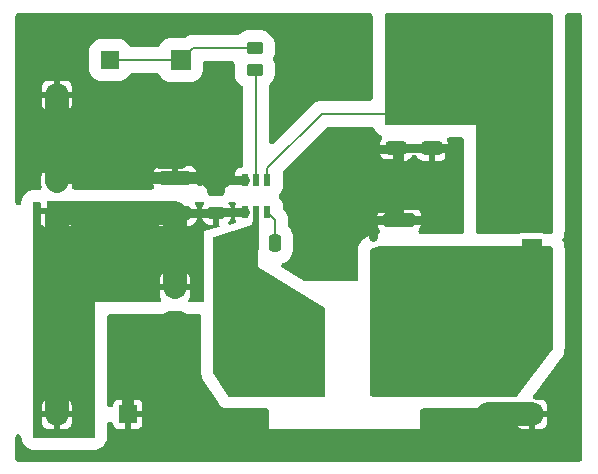
<source format=gtl>
G04 #@! TF.GenerationSoftware,KiCad,Pcbnew,9.0.4*
G04 #@! TF.CreationDate,2025-12-29T16:46:33-08:00*
G04 #@! TF.ProjectId,bikelight,62696b65-6c69-4676-9874-2e6b69636164,rev?*
G04 #@! TF.SameCoordinates,Original*
G04 #@! TF.FileFunction,Copper,L1,Top*
G04 #@! TF.FilePolarity,Positive*
%FSLAX46Y46*%
G04 Gerber Fmt 4.6, Leading zero omitted, Abs format (unit mm)*
G04 Created by KiCad (PCBNEW 9.0.4) date 2025-12-29 16:46:33*
%MOMM*%
%LPD*%
G01*
G04 APERTURE LIST*
G04 Aperture macros list*
%AMRoundRect*
0 Rectangle with rounded corners*
0 $1 Rounding radius*
0 $2 $3 $4 $5 $6 $7 $8 $9 X,Y pos of 4 corners*
0 Add a 4 corners polygon primitive as box body*
4,1,4,$2,$3,$4,$5,$6,$7,$8,$9,$2,$3,0*
0 Add four circle primitives for the rounded corners*
1,1,$1+$1,$2,$3*
1,1,$1+$1,$4,$5*
1,1,$1+$1,$6,$7*
1,1,$1+$1,$8,$9*
0 Add four rect primitives between the rounded corners*
20,1,$1+$1,$2,$3,$4,$5,0*
20,1,$1+$1,$4,$5,$6,$7,0*
20,1,$1+$1,$6,$7,$8,$9,0*
20,1,$1+$1,$8,$9,$2,$3,0*%
G04 Aperture macros list end*
G04 #@! TA.AperFunction,ComponentPad*
%ADD10R,1.700000X1.700000*%
G04 #@! TD*
G04 #@! TA.AperFunction,ComponentPad*
%ADD11C,1.700000*%
G04 #@! TD*
G04 #@! TA.AperFunction,SMDPad,CuDef*
%ADD12R,1.500000X1.500000*%
G04 #@! TD*
G04 #@! TA.AperFunction,SMDPad,CuDef*
%ADD13R,0.599999X1.000000*%
G04 #@! TD*
G04 #@! TA.AperFunction,SMDPad,CuDef*
%ADD14RoundRect,0.250000X0.450000X-0.262500X0.450000X0.262500X-0.450000X0.262500X-0.450000X-0.262500X0*%
G04 #@! TD*
G04 #@! TA.AperFunction,SMDPad,CuDef*
%ADD15RoundRect,0.250000X0.625000X-0.312500X0.625000X0.312500X-0.625000X0.312500X-0.625000X-0.312500X0*%
G04 #@! TD*
G04 #@! TA.AperFunction,SMDPad,CuDef*
%ADD16RoundRect,0.250000X1.100000X-0.325000X1.100000X0.325000X-1.100000X0.325000X-1.100000X-0.325000X0*%
G04 #@! TD*
G04 #@! TA.AperFunction,SMDPad,CuDef*
%ADD17R,2.900000X5.400000*%
G04 #@! TD*
G04 #@! TA.AperFunction,SMDPad,CuDef*
%ADD18RoundRect,0.250000X0.250000X0.475000X-0.250000X0.475000X-0.250000X-0.475000X0.250000X-0.475000X0*%
G04 #@! TD*
G04 #@! TA.AperFunction,SMDPad,CuDef*
%ADD19RoundRect,0.250000X0.475000X-0.250000X0.475000X0.250000X-0.475000X0.250000X-0.475000X-0.250000X0*%
G04 #@! TD*
G04 #@! TA.AperFunction,ViaPad*
%ADD20C,0.600000*%
G04 #@! TD*
G04 #@! TA.AperFunction,Conductor*
%ADD21C,0.500000*%
G04 #@! TD*
G04 #@! TA.AperFunction,Conductor*
%ADD22C,2.000000*%
G04 #@! TD*
G04 #@! TA.AperFunction,Conductor*
%ADD23C,1.000000*%
G04 #@! TD*
G04 #@! TA.AperFunction,Conductor*
%ADD24C,0.200000*%
G04 #@! TD*
G04 #@! TA.AperFunction,Conductor*
%ADD25C,0.800000*%
G04 #@! TD*
G04 APERTURE END LIST*
D10*
X92000000Y-75275000D03*
D11*
X92000000Y-72735000D03*
D10*
X132250000Y-78525000D03*
D11*
X132250000Y-75985000D03*
D12*
X92000000Y-92500000D03*
D13*
X109825002Y-72624999D03*
X108875001Y-72624999D03*
X107925003Y-72624999D03*
X107925003Y-75374999D03*
X108875001Y-75374999D03*
X109825002Y-75374999D03*
D12*
X92000000Y-65500000D03*
X98000000Y-92500000D03*
D14*
X108750000Y-63325000D03*
X108750000Y-61500000D03*
D12*
X132250000Y-67000000D03*
D15*
X120750000Y-69962500D03*
X120750000Y-67037500D03*
D16*
X102000000Y-75475000D03*
X102000000Y-72525000D03*
D10*
X102500000Y-62500000D03*
D17*
X121350000Y-87500000D03*
X111650000Y-87500000D03*
D12*
X96500000Y-62500000D03*
X132250000Y-92500000D03*
X132250000Y-85750000D03*
X102000000Y-81750000D03*
D18*
X110500000Y-78000000D03*
X108600000Y-78000000D03*
D19*
X105500000Y-75450000D03*
X105500000Y-73550000D03*
D15*
X123750000Y-69962500D03*
X123750000Y-67037500D03*
D16*
X121000000Y-78975000D03*
X121000000Y-76025000D03*
D20*
X102500000Y-71250000D03*
X107250000Y-66750000D03*
X123250000Y-74750000D03*
X100750000Y-70000000D03*
X104000000Y-68250000D03*
X122250000Y-73500000D03*
X105500000Y-66750000D03*
X116250000Y-73500000D03*
X99250000Y-71250000D03*
X104000000Y-69750000D03*
X98000000Y-88500000D03*
X123250000Y-71500000D03*
X99250000Y-68500000D03*
X117500000Y-75000000D03*
X123250000Y-72500000D03*
X124250000Y-75750000D03*
X99250000Y-66750000D03*
X124250000Y-73500000D03*
X124250000Y-71500000D03*
X102500000Y-66750000D03*
X119750000Y-73500000D03*
X125250000Y-71500000D03*
X118750000Y-72500000D03*
X104000000Y-71250000D03*
X117500000Y-72500000D03*
X118750000Y-77500000D03*
X100750000Y-68500000D03*
X125250000Y-74750000D03*
X128500000Y-92500000D03*
X118750000Y-75000000D03*
X116250000Y-71250000D03*
X119750000Y-71250000D03*
X118750000Y-73500000D03*
X105500000Y-68250000D03*
X117500000Y-76250000D03*
X118750000Y-71250000D03*
X117500000Y-77500000D03*
X100750000Y-71250000D03*
X117500000Y-73500000D03*
X116250000Y-75000000D03*
X115750000Y-70000000D03*
X99250000Y-70000000D03*
X122250000Y-71500000D03*
X102500000Y-69750000D03*
X123250000Y-73500000D03*
X125250000Y-75750000D03*
X123250000Y-75750000D03*
X116250000Y-72500000D03*
X116250000Y-76250000D03*
X107250000Y-70000000D03*
X100750000Y-66750000D03*
X102500000Y-68250000D03*
X122250000Y-72500000D03*
X116250000Y-77500000D03*
X125250000Y-72500000D03*
X119750000Y-72500000D03*
X124250000Y-74750000D03*
X118750000Y-76250000D03*
X107250000Y-68250000D03*
X104000000Y-66750000D03*
X117500000Y-71250000D03*
X124250000Y-72500000D03*
X105500000Y-70000000D03*
X125250000Y-73500000D03*
D21*
X108600000Y-78000000D02*
X108875001Y-77724999D01*
D22*
X108000000Y-79000000D02*
X108000000Y-83850000D01*
D23*
X108000000Y-78600000D02*
X108000000Y-79000000D01*
D21*
X108875001Y-77724999D02*
X108875001Y-75374999D01*
D23*
X108600000Y-78000000D02*
X108000000Y-78600000D01*
D22*
X108000000Y-83850000D02*
X111650000Y-87500000D01*
D24*
X110500000Y-76049997D02*
X109825002Y-75374999D01*
X110500000Y-78000000D02*
X110500000Y-76049997D01*
D22*
X102000000Y-81750000D02*
X102000000Y-75475000D01*
D23*
X92000000Y-75500000D02*
X92025000Y-75475000D01*
X102025000Y-75500000D02*
X102000000Y-75475000D01*
D25*
X105500000Y-75450000D02*
X102025000Y-75450000D01*
D24*
X92000000Y-75275000D02*
X92000000Y-75500000D01*
D22*
X92000000Y-75500000D02*
X92000000Y-92500000D01*
D25*
X105575001Y-75374999D02*
X105500000Y-75450000D01*
D22*
X92025000Y-75475000D02*
X102000000Y-75475000D01*
D25*
X102025000Y-75450000D02*
X102000000Y-75475000D01*
X107925003Y-75374999D02*
X105575001Y-75374999D01*
X122975000Y-76025000D02*
X123250000Y-75750000D01*
X121000000Y-75000000D02*
X121000000Y-73500000D01*
D23*
X107250000Y-70000000D02*
X107250000Y-68250000D01*
D25*
X125250000Y-71500000D02*
X125250000Y-70250000D01*
D23*
X98000000Y-88500000D02*
X98000000Y-92500000D01*
D25*
X123250000Y-72500000D02*
X122250000Y-72500000D01*
X116250000Y-73500000D02*
X117500000Y-73500000D01*
X121000000Y-72500000D02*
X121000000Y-71250000D01*
X116250000Y-77500000D02*
X117500000Y-77500000D01*
D23*
X92210000Y-72525000D02*
X92000000Y-72735000D01*
X104000000Y-69750000D02*
X104000000Y-68250000D01*
X105500000Y-71250000D02*
X105500000Y-70000000D01*
D25*
X124250000Y-74750000D02*
X123250000Y-74750000D01*
X120750000Y-69962500D02*
X123750000Y-69962500D01*
X122250000Y-71500000D02*
X123250000Y-71500000D01*
X121250000Y-71500000D02*
X121000000Y-71250000D01*
X115750000Y-70000000D02*
X120712500Y-70000000D01*
X120712500Y-70000000D02*
X120750000Y-69962500D01*
X116250000Y-72500000D02*
X116250000Y-71250000D01*
X123250000Y-75750000D02*
X124250000Y-75750000D01*
D23*
X99250000Y-71250000D02*
X99250000Y-72525000D01*
X100750000Y-70000000D02*
X100750000Y-68500000D01*
D25*
X123250000Y-73500000D02*
X124250000Y-73500000D01*
X121000000Y-76025000D02*
X122975000Y-76025000D01*
X123250000Y-74750000D02*
X121250000Y-74750000D01*
D23*
X102000000Y-72525000D02*
X104475000Y-72525000D01*
D25*
X124962500Y-69962500D02*
X123750000Y-69962500D01*
D23*
X102500000Y-71250000D02*
X100750000Y-71250000D01*
D25*
X124250000Y-71500000D02*
X125250000Y-71500000D01*
D23*
X105500000Y-70000000D02*
X107250000Y-70000000D01*
X104000000Y-66750000D02*
X102500000Y-66750000D01*
X99250000Y-72525000D02*
X92210000Y-72525000D01*
D25*
X118750000Y-77500000D02*
X118750000Y-76250000D01*
X117500000Y-71250000D02*
X118750000Y-71250000D01*
X125250000Y-70250000D02*
X124962500Y-69962500D01*
X119750000Y-73500000D02*
X121000000Y-73500000D01*
D23*
X102000000Y-72525000D02*
X99250000Y-72525000D01*
D25*
X107925003Y-72624999D02*
X106425001Y-72624999D01*
X121000000Y-71250000D02*
X121000000Y-70212500D01*
D23*
X99250000Y-68500000D02*
X99250000Y-70000000D01*
D25*
X121000000Y-73500000D02*
X122250000Y-73500000D01*
D23*
X102500000Y-68250000D02*
X102500000Y-69750000D01*
X105500000Y-68250000D02*
X104000000Y-68250000D01*
X105500000Y-71250000D02*
X104000000Y-71250000D01*
D22*
X92000000Y-72735000D02*
X92000000Y-65500000D01*
D25*
X122250000Y-71500000D02*
X121250000Y-71500000D01*
D23*
X107250000Y-66750000D02*
X107250000Y-68250000D01*
D25*
X117500000Y-73500000D02*
X118750000Y-73500000D01*
X121000000Y-75000000D02*
X118750000Y-75000000D01*
X118750000Y-75000000D02*
X117500000Y-75000000D01*
X125250000Y-72500000D02*
X124250000Y-72500000D01*
D22*
X132250000Y-92500000D02*
X128500000Y-92500000D01*
D25*
X121000000Y-76025000D02*
X121000000Y-75000000D01*
X117500000Y-75000000D02*
X116250000Y-75000000D01*
D23*
X104475000Y-72525000D02*
X105500000Y-73550000D01*
D25*
X117500000Y-76250000D02*
X116250000Y-76250000D01*
X106425001Y-72624999D02*
X105500000Y-73550000D01*
X121000000Y-72500000D02*
X119750000Y-72500000D01*
D23*
X105500000Y-68250000D02*
X105500000Y-66750000D01*
D25*
X119750000Y-71250000D02*
X121000000Y-71250000D01*
X118750000Y-72500000D02*
X117500000Y-72500000D01*
X121000000Y-73500000D02*
X121000000Y-72500000D01*
X121000000Y-70212500D02*
X120750000Y-69962500D01*
X121000000Y-76025000D02*
X118975000Y-76025000D01*
D23*
X100750000Y-66750000D02*
X99250000Y-66750000D01*
X105500000Y-73550000D02*
X105500000Y-71250000D01*
D25*
X121250000Y-74750000D02*
X121000000Y-75000000D01*
X118975000Y-76025000D02*
X118750000Y-76250000D01*
X125250000Y-73500000D02*
X125250000Y-74750000D01*
D24*
X108875001Y-72624999D02*
X108875001Y-63450001D01*
X108875001Y-63450001D02*
X108750000Y-63325000D01*
D23*
X121000000Y-87150000D02*
X121350000Y-87500000D01*
X121000000Y-78975000D02*
X121000000Y-87150000D01*
X121350000Y-87500000D02*
X121350000Y-87350000D01*
X132250000Y-78525000D02*
X132250000Y-85750000D01*
X121000000Y-78975000D02*
X131800000Y-78975000D01*
X131800000Y-78975000D02*
X132250000Y-78525000D01*
X121350000Y-87350000D02*
X121000000Y-87000000D01*
D24*
X103500000Y-61500000D02*
X102500000Y-62500000D01*
X102500000Y-62500000D02*
X96500000Y-62500000D01*
X108750000Y-61500000D02*
X103500000Y-61500000D01*
X109825002Y-71674998D02*
X114462500Y-67037500D01*
X109825002Y-72624999D02*
X109825002Y-71674998D01*
D23*
X123787500Y-67000000D02*
X123750000Y-67037500D01*
X132250000Y-67000000D02*
X123787500Y-67000000D01*
X123750000Y-67037500D02*
X120750000Y-67037500D01*
D22*
X132250000Y-75985000D02*
X132250000Y-67000000D01*
D24*
X114462500Y-67037500D02*
X120750000Y-67037500D01*
G04 #@! TA.AperFunction,Conductor*
G36*
X136345788Y-58519454D02*
G01*
X136426570Y-58573430D01*
X136480546Y-58654212D01*
X136499500Y-58749500D01*
X136499500Y-96250500D01*
X136480546Y-96345788D01*
X136426570Y-96426570D01*
X136345788Y-96480546D01*
X136250500Y-96499500D01*
X88749500Y-96499500D01*
X88654212Y-96480546D01*
X88573430Y-96426570D01*
X88519454Y-96345788D01*
X88500500Y-96250500D01*
X88500500Y-94436355D01*
X88519454Y-94341067D01*
X88573430Y-94260285D01*
X88654212Y-94206309D01*
X88749500Y-94187355D01*
X88844788Y-94206309D01*
X88925570Y-94260285D01*
X88979546Y-94341067D01*
X88996916Y-94408310D01*
X89017481Y-94589745D01*
X89028685Y-94641246D01*
X89028693Y-94641279D01*
X89053214Y-94732931D01*
X89053218Y-94732945D01*
X89134306Y-94919523D01*
X89134307Y-94919526D01*
X89251300Y-95085975D01*
X89251305Y-95085980D01*
X89297055Y-95138778D01*
X89416168Y-95255179D01*
X89585264Y-95368308D01*
X89773671Y-95445083D01*
X89840710Y-95464768D01*
X89911964Y-95482518D01*
X89921598Y-95484918D01*
X90123331Y-95505432D01*
X90124000Y-95505500D01*
X90124006Y-95505500D01*
X95125967Y-95505500D01*
X95126000Y-95505500D01*
X95137588Y-95505433D01*
X95339743Y-95482519D01*
X95391254Y-95471313D01*
X95482938Y-95446784D01*
X95669527Y-95365692D01*
X95835974Y-95248700D01*
X95888778Y-95202945D01*
X96005179Y-95083832D01*
X96118308Y-94914736D01*
X96195083Y-94726329D01*
X96214768Y-94659290D01*
X96234917Y-94578406D01*
X96255500Y-94376000D01*
X96255500Y-93343727D01*
X96274454Y-93248439D01*
X96328430Y-93167657D01*
X96409212Y-93113681D01*
X96504500Y-93094727D01*
X96599788Y-93113681D01*
X96680570Y-93167657D01*
X96734546Y-93248439D01*
X96752073Y-93317110D01*
X96756401Y-93357371D01*
X96756403Y-93357378D01*
X96806646Y-93492087D01*
X96892810Y-93607187D01*
X96892812Y-93607189D01*
X97007912Y-93693353D01*
X97142621Y-93743596D01*
X97142628Y-93743598D01*
X97202167Y-93749999D01*
X97202175Y-93750000D01*
X97749999Y-93750000D01*
X97750000Y-93749999D01*
X97750000Y-92750001D01*
X98250000Y-92750001D01*
X98250000Y-93749999D01*
X98250001Y-93750000D01*
X98797825Y-93750000D01*
X98797832Y-93749999D01*
X98857371Y-93743598D01*
X98857378Y-93743596D01*
X98992087Y-93693353D01*
X99107187Y-93607189D01*
X99107189Y-93607187D01*
X99193353Y-93492087D01*
X99243596Y-93357378D01*
X99243598Y-93357371D01*
X99249999Y-93297832D01*
X99250000Y-93297825D01*
X99250000Y-92750001D01*
X99249999Y-92750000D01*
X98250001Y-92750000D01*
X98250000Y-92750001D01*
X97750000Y-92750001D01*
X97750000Y-91250001D01*
X98250000Y-91250001D01*
X98250000Y-92249999D01*
X98250001Y-92250000D01*
X99249999Y-92250000D01*
X99250000Y-92249999D01*
X99250000Y-91702175D01*
X99249999Y-91702167D01*
X99243598Y-91642628D01*
X99243596Y-91642621D01*
X99193353Y-91507912D01*
X99107189Y-91392812D01*
X99107187Y-91392810D01*
X98992087Y-91306646D01*
X98857378Y-91256403D01*
X98857371Y-91256401D01*
X98797832Y-91250000D01*
X98250001Y-91250000D01*
X98250000Y-91250001D01*
X97750000Y-91250001D01*
X97749999Y-91250000D01*
X97202167Y-91250000D01*
X97142628Y-91256401D01*
X97142621Y-91256403D01*
X97007912Y-91306646D01*
X96892812Y-91392810D01*
X96892810Y-91392812D01*
X96806646Y-91507912D01*
X96756403Y-91642621D01*
X96756401Y-91642628D01*
X96752073Y-91682889D01*
X96723042Y-91775605D01*
X96660740Y-91850154D01*
X96574651Y-91895186D01*
X96477883Y-91903845D01*
X96385167Y-91874814D01*
X96310618Y-91812512D01*
X96265586Y-91726423D01*
X96255500Y-91656272D01*
X96255500Y-84254500D01*
X96274454Y-84159212D01*
X96328430Y-84078430D01*
X96409212Y-84024454D01*
X96504500Y-84005500D01*
X100751979Y-84005500D01*
X100751997Y-84005500D01*
X100799454Y-84004379D01*
X101000662Y-83974267D01*
X101060090Y-83959099D01*
X101184424Y-83918589D01*
X101364753Y-83824391D01*
X101429559Y-83771547D01*
X101515383Y-83726021D01*
X101612099Y-83716803D01*
X101619391Y-83717653D01*
X101868880Y-83750500D01*
X102131120Y-83750500D01*
X102374070Y-83718514D01*
X102471016Y-83724868D01*
X102545028Y-83758428D01*
X102709267Y-83868308D01*
X102897674Y-83945083D01*
X102964713Y-83964768D01*
X103045221Y-83984823D01*
X103045601Y-83984918D01*
X103236979Y-84004379D01*
X103248003Y-84005500D01*
X103995500Y-84005500D01*
X104090788Y-84024454D01*
X104171570Y-84078430D01*
X104225546Y-84159212D01*
X104244500Y-84254500D01*
X104244500Y-88964445D01*
X104247448Y-89041391D01*
X104247448Y-89041392D01*
X104283463Y-89241632D01*
X104302309Y-89307347D01*
X104318135Y-89355487D01*
X104326365Y-89380521D01*
X104416186Y-89563070D01*
X105610913Y-91474634D01*
X105620551Y-91489753D01*
X105748126Y-91648234D01*
X105786239Y-91686829D01*
X105786246Y-91686835D01*
X105860892Y-91755177D01*
X105860893Y-91755178D01*
X105891426Y-91775605D01*
X106029991Y-91868308D01*
X106218398Y-91945083D01*
X106285437Y-91964768D01*
X106365945Y-91984823D01*
X106366325Y-91984918D01*
X106563810Y-92005000D01*
X106568727Y-92005500D01*
X109751000Y-92005500D01*
X109846288Y-92024454D01*
X109927070Y-92078430D01*
X109981046Y-92159212D01*
X110000000Y-92254500D01*
X110000000Y-93750000D01*
X110000001Y-93750000D01*
X122749999Y-93750000D01*
X122750000Y-93750000D01*
X122750000Y-92750001D01*
X131000000Y-92750001D01*
X131000000Y-93297832D01*
X131006401Y-93357371D01*
X131006403Y-93357378D01*
X131056646Y-93492087D01*
X131142810Y-93607187D01*
X131142812Y-93607189D01*
X131257912Y-93693353D01*
X131392621Y-93743596D01*
X131392628Y-93743598D01*
X131452167Y-93749999D01*
X131452175Y-93750000D01*
X131999999Y-93750000D01*
X132000000Y-93749999D01*
X132000000Y-92750001D01*
X132500000Y-92750001D01*
X132500000Y-93749999D01*
X132500001Y-93750000D01*
X133047825Y-93750000D01*
X133047832Y-93749999D01*
X133107371Y-93743598D01*
X133107378Y-93743596D01*
X133242087Y-93693353D01*
X133357187Y-93607189D01*
X133357189Y-93607187D01*
X133443353Y-93492087D01*
X133493596Y-93357378D01*
X133493598Y-93357371D01*
X133499999Y-93297832D01*
X133500000Y-93297825D01*
X133500000Y-92750001D01*
X133499999Y-92750000D01*
X132500001Y-92750000D01*
X132500000Y-92750001D01*
X132000000Y-92750001D01*
X131999999Y-92750000D01*
X131000001Y-92750000D01*
X131000000Y-92750001D01*
X122750000Y-92750001D01*
X122750000Y-92254500D01*
X122768954Y-92159212D01*
X122822930Y-92078430D01*
X122903712Y-92024454D01*
X122999000Y-92005500D01*
X128365770Y-92005500D01*
X128365772Y-92005500D01*
X128388778Y-92005048D01*
X128393669Y-92005000D01*
X130751000Y-92005000D01*
X130846288Y-92023954D01*
X130927070Y-92077930D01*
X130981046Y-92158712D01*
X130999006Y-92249005D01*
X131000001Y-92250000D01*
X133499999Y-92250000D01*
X133500000Y-92249999D01*
X133500000Y-91702175D01*
X133499999Y-91702167D01*
X133493598Y-91642628D01*
X133493596Y-91642621D01*
X133443353Y-91507912D01*
X133357189Y-91392812D01*
X133357187Y-91392810D01*
X133242087Y-91306646D01*
X133107378Y-91256403D01*
X133107371Y-91256401D01*
X133047832Y-91250000D01*
X132567375Y-91250000D01*
X132472087Y-91231046D01*
X132391305Y-91177070D01*
X132337329Y-91096288D01*
X132318375Y-91001000D01*
X132337329Y-90905712D01*
X132368175Y-90851600D01*
X134754600Y-87669700D01*
X134823741Y-87564353D01*
X134854587Y-87510241D01*
X134907551Y-87402953D01*
X134967226Y-87208452D01*
X134986180Y-87113164D01*
X135005500Y-86917000D01*
X135005500Y-78499000D01*
X134986180Y-78302836D01*
X134967226Y-78207548D01*
X134912428Y-78024822D01*
X134828633Y-77866847D01*
X134800726Y-77773791D01*
X134810555Y-77677134D01*
X134829373Y-77632107D01*
X134907551Y-77486953D01*
X134967226Y-77292452D01*
X134986180Y-77197164D01*
X135005500Y-77001000D01*
X135005500Y-58749500D01*
X135024454Y-58654212D01*
X135078430Y-58573430D01*
X135159212Y-58519454D01*
X135254500Y-58500500D01*
X136250500Y-58500500D01*
X136345788Y-58519454D01*
G37*
G04 #@! TD.AperFunction*
G04 #@! TA.AperFunction,Conductor*
G36*
X118736835Y-68156954D02*
G01*
X118817617Y-68210930D01*
X118861516Y-68270319D01*
X118932907Y-68404908D01*
X118986883Y-68485690D01*
X119107450Y-68633553D01*
X119264300Y-68763109D01*
X119264302Y-68763111D01*
X119264305Y-68763113D01*
X119264310Y-68763117D01*
X119345092Y-68817093D01*
X119418393Y-68856571D01*
X119422220Y-68858633D01*
X119497126Y-68920505D01*
X119542654Y-69006332D01*
X119551871Y-69103049D01*
X119523374Y-69195931D01*
X119516077Y-69208576D01*
X119440642Y-69330876D01*
X119440640Y-69330879D01*
X119385495Y-69497298D01*
X119385494Y-69497305D01*
X119375000Y-69600018D01*
X119375000Y-69712499D01*
X119375001Y-69712500D01*
X122150357Y-69712500D01*
X122154706Y-69709594D01*
X122249993Y-69690638D01*
X122249994Y-69690638D01*
X122345282Y-69709590D01*
X122349637Y-69712500D01*
X125124998Y-69712500D01*
X125124999Y-69712499D01*
X125124999Y-69600032D01*
X125124998Y-69600015D01*
X125114505Y-69497300D01*
X125114504Y-69497297D01*
X125060003Y-69332822D01*
X125048022Y-69236409D01*
X125073849Y-69142749D01*
X125133552Y-69066103D01*
X125218042Y-69018139D01*
X125296364Y-69005500D01*
X126245500Y-69005500D01*
X126340788Y-69024454D01*
X126421570Y-69078430D01*
X126475546Y-69159212D01*
X126494500Y-69254500D01*
X126494500Y-76995500D01*
X126475546Y-77090788D01*
X126421570Y-77171570D01*
X126340788Y-77225546D01*
X126245500Y-77244500D01*
X122867301Y-77244500D01*
X122772013Y-77225546D01*
X122691231Y-77171570D01*
X122637255Y-77090788D01*
X122618301Y-76995500D01*
X122637255Y-76900212D01*
X122683995Y-76830258D01*
X122683319Y-76829724D01*
X122689992Y-76821283D01*
X122691231Y-76819430D01*
X122692315Y-76818345D01*
X122692318Y-76818341D01*
X122784358Y-76669121D01*
X122784359Y-76669120D01*
X122839504Y-76502701D01*
X122839505Y-76502694D01*
X122849999Y-76399981D01*
X122850000Y-76399971D01*
X122850000Y-76275001D01*
X122849999Y-76275000D01*
X119150002Y-76275000D01*
X119150001Y-76275001D01*
X119150001Y-76399984D01*
X119160494Y-76502699D01*
X119160495Y-76502702D01*
X119215640Y-76669119D01*
X119215641Y-76669121D01*
X119307681Y-76818341D01*
X119307684Y-76818345D01*
X119320498Y-76831159D01*
X119374474Y-76911941D01*
X119393428Y-77007229D01*
X119374474Y-77102517D01*
X119320498Y-77183299D01*
X119239716Y-77237275D01*
X119215898Y-77245752D01*
X119193409Y-77252490D01*
X119176812Y-77254125D01*
X119085441Y-77267383D01*
X118890566Y-77325825D01*
X118800807Y-77363005D01*
X118781688Y-77373223D01*
X118758701Y-77382744D01*
X118758689Y-77382748D01*
X118757042Y-77383431D01*
X118753199Y-77384393D01*
X118746570Y-77386380D01*
X118744474Y-77386579D01*
X118686154Y-77401189D01*
X118552838Y-77414319D01*
X118552836Y-77414319D01*
X118457550Y-77433273D01*
X118457544Y-77433275D01*
X118274821Y-77488072D01*
X118274818Y-77488073D01*
X118095086Y-77583410D01*
X118014310Y-77637383D01*
X117866446Y-77757950D01*
X117736890Y-77914800D01*
X117736888Y-77914802D01*
X117682903Y-77995598D01*
X117682899Y-77995604D01*
X117592449Y-78163546D01*
X117532774Y-78358045D01*
X117513819Y-78453337D01*
X117494500Y-78649497D01*
X117494500Y-81001000D01*
X117475546Y-81096288D01*
X117421570Y-81177070D01*
X117340788Y-81231046D01*
X117245500Y-81250000D01*
X113057247Y-81250000D01*
X112961959Y-81231046D01*
X112927780Y-81213695D01*
X111113345Y-80109256D01*
X111041805Y-80043521D01*
X111000867Y-79955413D01*
X110996762Y-79858344D01*
X111030117Y-79767094D01*
X111095852Y-79695554D01*
X111154503Y-79664726D01*
X111154501Y-79664721D01*
X111154588Y-79664681D01*
X111160580Y-79661532D01*
X111164679Y-79660097D01*
X111164678Y-79660097D01*
X111164683Y-79660096D01*
X111369626Y-79567007D01*
X111554654Y-79438819D01*
X111713819Y-79279654D01*
X111842007Y-79094626D01*
X111935096Y-78889683D01*
X111990096Y-78671412D01*
X112000500Y-78539217D01*
X112000499Y-77460784D01*
X111990096Y-77328588D01*
X111935096Y-77110317D01*
X111842007Y-76905374D01*
X111790591Y-76831159D01*
X111713822Y-76720350D01*
X111713816Y-76720342D01*
X111673429Y-76679955D01*
X111619453Y-76599173D01*
X111600500Y-76503887D01*
X111600500Y-75963390D01*
X111600498Y-75963374D01*
X111573403Y-75792299D01*
X111573401Y-75792291D01*
X111562162Y-75757703D01*
X111562160Y-75757698D01*
X111550115Y-75720627D01*
X111527177Y-75650032D01*
X111527172Y-75650018D01*
X119150000Y-75650018D01*
X119150000Y-75774999D01*
X119150001Y-75775000D01*
X120749999Y-75775000D01*
X120750000Y-75774999D01*
X120750000Y-74950001D01*
X121250000Y-74950001D01*
X121250000Y-75774999D01*
X121250001Y-75775000D01*
X122849998Y-75775000D01*
X122849999Y-75774999D01*
X122849999Y-75650032D01*
X122849998Y-75650015D01*
X122839505Y-75547300D01*
X122839504Y-75547297D01*
X122784359Y-75380880D01*
X122784358Y-75380878D01*
X122692318Y-75231658D01*
X122692315Y-75231654D01*
X122568345Y-75107684D01*
X122568341Y-75107681D01*
X122419121Y-75015641D01*
X122419120Y-75015640D01*
X122252701Y-74960495D01*
X122252694Y-74960494D01*
X122149981Y-74950000D01*
X121250001Y-74950000D01*
X121250000Y-74950001D01*
X120750000Y-74950001D01*
X120749999Y-74950000D01*
X119850023Y-74950000D01*
X119747300Y-74960494D01*
X119747297Y-74960495D01*
X119580880Y-75015640D01*
X119580878Y-75015641D01*
X119431658Y-75107681D01*
X119431654Y-75107684D01*
X119307684Y-75231654D01*
X119307681Y-75231658D01*
X119215641Y-75380878D01*
X119215640Y-75380879D01*
X119160495Y-75547298D01*
X119160494Y-75547305D01*
X119150000Y-75650018D01*
X111527172Y-75650018D01*
X111519873Y-75627551D01*
X111441232Y-75473209D01*
X111374149Y-75380878D01*
X111339417Y-75333073D01*
X111339413Y-75333068D01*
X111198431Y-75192085D01*
X111144455Y-75111303D01*
X111125501Y-75016016D01*
X111125501Y-74816967D01*
X111125500Y-74816955D01*
X111120882Y-74765013D01*
X111114888Y-74697581D01*
X111058911Y-74501950D01*
X110964700Y-74321592D01*
X110836111Y-74163890D01*
X110836108Y-74163888D01*
X110830780Y-74157353D01*
X110785253Y-74071525D01*
X110776036Y-73974809D01*
X110804533Y-73881927D01*
X110830780Y-73842645D01*
X110836108Y-73836109D01*
X110836111Y-73836108D01*
X110964700Y-73678406D01*
X111058911Y-73498048D01*
X111114888Y-73302417D01*
X111125502Y-73183036D01*
X111125501Y-72066963D01*
X111125339Y-72065142D01*
X111124689Y-72057823D01*
X111135129Y-71961231D01*
X111181738Y-71875986D01*
X111196628Y-71859712D01*
X112843840Y-70212501D01*
X119375001Y-70212501D01*
X119375001Y-70324984D01*
X119385494Y-70427699D01*
X119385495Y-70427702D01*
X119440640Y-70594119D01*
X119440641Y-70594121D01*
X119532681Y-70743341D01*
X119532684Y-70743345D01*
X119656654Y-70867315D01*
X119656658Y-70867318D01*
X119805878Y-70959358D01*
X119805879Y-70959359D01*
X119972298Y-71014504D01*
X119972305Y-71014505D01*
X120075023Y-71024999D01*
X120500000Y-71024999D01*
X120500000Y-70212501D01*
X121000000Y-70212501D01*
X121000000Y-71024998D01*
X121000001Y-71024999D01*
X121424968Y-71024999D01*
X121424984Y-71024998D01*
X121527699Y-71014505D01*
X121527702Y-71014504D01*
X121694119Y-70959359D01*
X121694121Y-70959358D01*
X121843341Y-70867318D01*
X121843345Y-70867315D01*
X121967317Y-70743343D01*
X122038071Y-70628633D01*
X122104227Y-70557481D01*
X122192576Y-70517063D01*
X122289666Y-70513531D01*
X122380718Y-70547422D01*
X122451870Y-70613578D01*
X122461929Y-70628633D01*
X122532682Y-70743343D01*
X122656654Y-70867315D01*
X122656658Y-70867318D01*
X122805878Y-70959358D01*
X122805879Y-70959359D01*
X122972298Y-71014504D01*
X122972305Y-71014505D01*
X123075023Y-71024999D01*
X123500000Y-71024999D01*
X123500000Y-70212501D01*
X124000000Y-70212501D01*
X124000000Y-71024998D01*
X124000001Y-71024999D01*
X124424968Y-71024999D01*
X124424984Y-71024998D01*
X124527699Y-71014505D01*
X124527702Y-71014504D01*
X124694119Y-70959359D01*
X124694121Y-70959358D01*
X124843341Y-70867318D01*
X124843345Y-70867315D01*
X124967315Y-70743345D01*
X124967318Y-70743341D01*
X125059358Y-70594121D01*
X125059359Y-70594120D01*
X125114504Y-70427701D01*
X125114505Y-70427694D01*
X125124999Y-70324981D01*
X125125000Y-70324971D01*
X125125000Y-70212501D01*
X125124999Y-70212500D01*
X124000001Y-70212500D01*
X124000000Y-70212501D01*
X123500000Y-70212501D01*
X123499999Y-70212500D01*
X122349640Y-70212500D01*
X122345293Y-70215405D01*
X122345287Y-70215406D01*
X122345283Y-70215409D01*
X122299653Y-70224484D01*
X122250005Y-70234361D01*
X122249999Y-70234359D01*
X122249994Y-70234361D01*
X122200345Y-70224484D01*
X122154717Y-70215409D01*
X122154712Y-70215406D01*
X122154707Y-70215405D01*
X122150359Y-70212500D01*
X121000001Y-70212500D01*
X121000000Y-70212501D01*
X120500000Y-70212501D01*
X120499999Y-70212500D01*
X119375002Y-70212500D01*
X119375001Y-70212501D01*
X112843840Y-70212501D01*
X114845412Y-68210930D01*
X114926194Y-68156954D01*
X115021482Y-68138000D01*
X118641547Y-68138000D01*
X118736835Y-68156954D01*
G37*
G04 #@! TD.AperFunction*
G04 #@! TA.AperFunction,Conductor*
G36*
X118590788Y-58519454D02*
G01*
X118671570Y-58573430D01*
X118725546Y-58654212D01*
X118744500Y-58749500D01*
X118744500Y-65688000D01*
X118725546Y-65783288D01*
X118671570Y-65864070D01*
X118590788Y-65918046D01*
X118495500Y-65937000D01*
X114375889Y-65937000D01*
X114352496Y-65940704D01*
X114352493Y-65940704D01*
X114204801Y-65964096D01*
X114040051Y-66017628D01*
X114040050Y-66017628D01*
X113885721Y-66096262D01*
X113885716Y-66096265D01*
X113885712Y-66096268D01*
X113783895Y-66170242D01*
X113783894Y-66170243D01*
X113783893Y-66170242D01*
X113745577Y-66198081D01*
X110400571Y-69543087D01*
X110319789Y-69597063D01*
X110224501Y-69616017D01*
X110129213Y-69597063D01*
X110048431Y-69543087D01*
X109994455Y-69462305D01*
X109975501Y-69367017D01*
X109975501Y-64683611D01*
X109994455Y-64588323D01*
X110048428Y-64507544D01*
X110163819Y-64392154D01*
X110292007Y-64207126D01*
X110385096Y-64002183D01*
X110440096Y-63783912D01*
X110444008Y-63734214D01*
X110450499Y-63651727D01*
X110450500Y-63651717D01*
X110450499Y-62998284D01*
X110440096Y-62866088D01*
X110385096Y-62647817D01*
X110324983Y-62515475D01*
X110302834Y-62420880D01*
X110318571Y-62325008D01*
X110324984Y-62309524D01*
X110385096Y-62177183D01*
X110440096Y-61958912D01*
X110450500Y-61826717D01*
X110450499Y-61173284D01*
X110440096Y-61041088D01*
X110385096Y-60822817D01*
X110292007Y-60617874D01*
X110292003Y-60617868D01*
X110163822Y-60432850D01*
X110163821Y-60432849D01*
X110163819Y-60432846D01*
X110004654Y-60273681D01*
X110004650Y-60273678D01*
X110004649Y-60273677D01*
X109819631Y-60145496D01*
X109819629Y-60145495D01*
X109819626Y-60145493D01*
X109682776Y-60083333D01*
X109614686Y-60052405D01*
X109614684Y-60052404D01*
X109614683Y-60052404D01*
X109396412Y-59997404D01*
X109396411Y-59997403D01*
X109396408Y-59997403D01*
X109396405Y-59997402D01*
X109264222Y-59987000D01*
X108235791Y-59987000D01*
X108103587Y-59997404D01*
X107885313Y-60052405D01*
X107731941Y-60122070D01*
X107680374Y-60145493D01*
X107680372Y-60145493D01*
X107680368Y-60145496D01*
X107495350Y-60273677D01*
X107495346Y-60273680D01*
X107495346Y-60273681D01*
X107442454Y-60326572D01*
X107361676Y-60380546D01*
X107266388Y-60399500D01*
X103413389Y-60399500D01*
X103389996Y-60403204D01*
X103389993Y-60403204D01*
X103242301Y-60426596D01*
X103077554Y-60480127D01*
X102923208Y-60558770D01*
X102863784Y-60601945D01*
X102775554Y-60642620D01*
X102717425Y-60649500D01*
X101591968Y-60649500D01*
X101591956Y-60649501D01*
X101472585Y-60660113D01*
X101276954Y-60716090D01*
X101276946Y-60716093D01*
X101096597Y-60810299D01*
X101096592Y-60810302D01*
X100938893Y-60938889D01*
X100938889Y-60938893D01*
X100810302Y-61096592D01*
X100810299Y-61096597D01*
X100721924Y-61265785D01*
X100661006Y-61341469D01*
X100575762Y-61388080D01*
X100501220Y-61399500D01*
X98346545Y-61399500D01*
X98251257Y-61380546D01*
X98170475Y-61326570D01*
X98125841Y-61265786D01*
X98089698Y-61196593D01*
X97961109Y-61038891D01*
X97803407Y-60910302D01*
X97803402Y-60910299D01*
X97623053Y-60816093D01*
X97623052Y-60816092D01*
X97623049Y-60816091D01*
X97427418Y-60760114D01*
X97308037Y-60749500D01*
X97308035Y-60749500D01*
X95691968Y-60749500D01*
X95691956Y-60749501D01*
X95572585Y-60760113D01*
X95376954Y-60816090D01*
X95376946Y-60816093D01*
X95196597Y-60910299D01*
X95196592Y-60910302D01*
X95038893Y-61038889D01*
X95038889Y-61038893D01*
X94910302Y-61196592D01*
X94910299Y-61196597D01*
X94816093Y-61376946D01*
X94816090Y-61376954D01*
X94760115Y-61572578D01*
X94760114Y-61572582D01*
X94749500Y-61691963D01*
X94749500Y-63308031D01*
X94749501Y-63308043D01*
X94760113Y-63427414D01*
X94760113Y-63427417D01*
X94760114Y-63427418D01*
X94788729Y-63527421D01*
X94816090Y-63623045D01*
X94816093Y-63623053D01*
X94900118Y-63783912D01*
X94910302Y-63803407D01*
X95038891Y-63961109D01*
X95196593Y-64089698D01*
X95376951Y-64183909D01*
X95572582Y-64239886D01*
X95691963Y-64250500D01*
X97308036Y-64250499D01*
X97427418Y-64239886D01*
X97623049Y-64183909D01*
X97803407Y-64089698D01*
X97961109Y-63961109D01*
X98089698Y-63803407D01*
X98125841Y-63734212D01*
X98186759Y-63658530D01*
X98272003Y-63611919D01*
X98346545Y-63600500D01*
X100501220Y-63600500D01*
X100596508Y-63619454D01*
X100677290Y-63673430D01*
X100721922Y-63734213D01*
X100810302Y-63903407D01*
X100938891Y-64061109D01*
X101096593Y-64189698D01*
X101276951Y-64283909D01*
X101472582Y-64339886D01*
X101591963Y-64350500D01*
X103408036Y-64350499D01*
X103527418Y-64339886D01*
X103723049Y-64283909D01*
X103903407Y-64189698D01*
X104061109Y-64061109D01*
X104189698Y-63903407D01*
X104283909Y-63723049D01*
X104339886Y-63527418D01*
X104350500Y-63408037D01*
X104350500Y-62849500D01*
X104369454Y-62754212D01*
X104423430Y-62673430D01*
X104504212Y-62619454D01*
X104599500Y-62600500D01*
X106811439Y-62600500D01*
X106906727Y-62619454D01*
X106987509Y-62673430D01*
X107041485Y-62754212D01*
X107060439Y-62849500D01*
X107059671Y-62869035D01*
X107049500Y-62998269D01*
X107049500Y-63651708D01*
X107055114Y-63723045D01*
X107059904Y-63783912D01*
X107114904Y-64002183D01*
X107207993Y-64207126D01*
X107207995Y-64207129D01*
X107207996Y-64207131D01*
X107336177Y-64392149D01*
X107336178Y-64392150D01*
X107336181Y-64392154D01*
X107495346Y-64551319D01*
X107667303Y-64670452D01*
X107734836Y-64740296D01*
X107770499Y-64830668D01*
X107774501Y-64875129D01*
X107774501Y-71380119D01*
X107755547Y-71475407D01*
X107701571Y-71556189D01*
X107620789Y-71610165D01*
X107552122Y-71627692D01*
X107517629Y-71631400D01*
X107517624Y-71631402D01*
X107382915Y-71681645D01*
X107267815Y-71767809D01*
X107267813Y-71767811D01*
X107181649Y-71882911D01*
X107131406Y-72017620D01*
X107131404Y-72017627D01*
X107125003Y-72077166D01*
X107125003Y-72374998D01*
X107125004Y-72374999D01*
X107325501Y-72374999D01*
X107372585Y-72384364D01*
X107420674Y-72393905D01*
X107420727Y-72393940D01*
X107420789Y-72393953D01*
X107460826Y-72420704D01*
X107501483Y-72447841D01*
X107501518Y-72447893D01*
X107501571Y-72447929D01*
X107528659Y-72488470D01*
X107555499Y-72528596D01*
X107555511Y-72528657D01*
X107555547Y-72528711D01*
X107574501Y-72623875D01*
X107574502Y-72625875D01*
X107555596Y-72721172D01*
X107501660Y-72801981D01*
X107420905Y-72855997D01*
X107325626Y-72874999D01*
X107125004Y-72874999D01*
X107120733Y-72879269D01*
X107106049Y-72953094D01*
X107052073Y-73033876D01*
X106971291Y-73087852D01*
X106876003Y-73106806D01*
X106780715Y-73087852D01*
X106699933Y-73033876D01*
X106664075Y-72988525D01*
X106567318Y-72831658D01*
X106567315Y-72831654D01*
X106443345Y-72707684D01*
X106443341Y-72707681D01*
X106294121Y-72615641D01*
X106294120Y-72615640D01*
X106127701Y-72560495D01*
X106127694Y-72560494D01*
X106024981Y-72550000D01*
X105750001Y-72550000D01*
X105750000Y-72550001D01*
X105750000Y-73301000D01*
X105731046Y-73396288D01*
X105677070Y-73477070D01*
X105596288Y-73531046D01*
X105501000Y-73550000D01*
X105499000Y-73550000D01*
X105403712Y-73531046D01*
X105322930Y-73477070D01*
X105268954Y-73396288D01*
X105250000Y-73301000D01*
X105250000Y-72550001D01*
X105249999Y-72550000D01*
X104975024Y-72550000D01*
X104872300Y-72560494D01*
X104872297Y-72560495D01*
X104705880Y-72615640D01*
X104705878Y-72615641D01*
X104556658Y-72707681D01*
X104556654Y-72707684D01*
X104432684Y-72831654D01*
X104432681Y-72831658D01*
X104340641Y-72980878D01*
X104340639Y-72980882D01*
X104334498Y-72999415D01*
X104286532Y-73083903D01*
X104209884Y-73143604D01*
X104116224Y-73169429D01*
X104019811Y-73157446D01*
X103935323Y-73109480D01*
X103875622Y-73032832D01*
X103849797Y-72939172D01*
X103850280Y-72906342D01*
X103849677Y-72906312D01*
X103850000Y-72899971D01*
X103850000Y-72775001D01*
X103849999Y-72775000D01*
X100150002Y-72775000D01*
X100150001Y-72775001D01*
X100150001Y-72899984D01*
X100160494Y-73002699D01*
X100160495Y-73002701D01*
X100208370Y-73147178D01*
X100220351Y-73243591D01*
X100194524Y-73337250D01*
X100134821Y-73413896D01*
X100050331Y-73461861D01*
X99972009Y-73474500D01*
X93521915Y-73474500D01*
X93426627Y-73455546D01*
X93345845Y-73401570D01*
X93291869Y-73320788D01*
X93272915Y-73225500D01*
X93285102Y-73148556D01*
X93316758Y-73051126D01*
X93316758Y-73051125D01*
X93349999Y-72841256D01*
X93350000Y-72841244D01*
X93350000Y-72628755D01*
X93349999Y-72628743D01*
X93316758Y-72418876D01*
X93252344Y-72220627D01*
X93252342Y-72220622D01*
X93251093Y-72216777D01*
X93251091Y-72216774D01*
X93217077Y-72150018D01*
X100150000Y-72150018D01*
X100150000Y-72274999D01*
X100150001Y-72275000D01*
X101749999Y-72275000D01*
X101750000Y-72274999D01*
X101750000Y-71450001D01*
X102250000Y-71450001D01*
X102250000Y-72274999D01*
X102250001Y-72275000D01*
X103849998Y-72275000D01*
X103849999Y-72274999D01*
X103849999Y-72150032D01*
X103849998Y-72150015D01*
X103839505Y-72047300D01*
X103839504Y-72047297D01*
X103784359Y-71880880D01*
X103784358Y-71880878D01*
X103692318Y-71731658D01*
X103692315Y-71731654D01*
X103568345Y-71607684D01*
X103568341Y-71607681D01*
X103419121Y-71515641D01*
X103419120Y-71515640D01*
X103252701Y-71460495D01*
X103252694Y-71460494D01*
X103149981Y-71450000D01*
X102250001Y-71450000D01*
X102250000Y-71450001D01*
X101750000Y-71450001D01*
X101749999Y-71450000D01*
X100850023Y-71450000D01*
X100747300Y-71460494D01*
X100747297Y-71460495D01*
X100580880Y-71515640D01*
X100580878Y-71515641D01*
X100431658Y-71607681D01*
X100431654Y-71607684D01*
X100307684Y-71731654D01*
X100307681Y-71731658D01*
X100215641Y-71880878D01*
X100215640Y-71880879D01*
X100160495Y-72047298D01*
X100160494Y-72047305D01*
X100150000Y-72150018D01*
X93217077Y-72150018D01*
X93154624Y-72027448D01*
X93115270Y-71973282D01*
X92482962Y-72605590D01*
X92465925Y-72542007D01*
X92400099Y-72427993D01*
X92307007Y-72334901D01*
X92192993Y-72269075D01*
X92129407Y-72252036D01*
X92761717Y-71619729D01*
X92707551Y-71580375D01*
X92707545Y-71580371D01*
X92518225Y-71483908D01*
X92518215Y-71483904D01*
X92316123Y-71418241D01*
X92106256Y-71385000D01*
X91893743Y-71385000D01*
X91683876Y-71418241D01*
X91481784Y-71483904D01*
X91481774Y-71483908D01*
X91292454Y-71580372D01*
X91292441Y-71580380D01*
X91238281Y-71619728D01*
X91870591Y-72252037D01*
X91807007Y-72269075D01*
X91692993Y-72334901D01*
X91599901Y-72427993D01*
X91534075Y-72542007D01*
X91517037Y-72605591D01*
X90884728Y-71973281D01*
X90845380Y-72027441D01*
X90845372Y-72027454D01*
X90748908Y-72216774D01*
X90748904Y-72216784D01*
X90683241Y-72418876D01*
X90650000Y-72628743D01*
X90650000Y-72841256D01*
X90683241Y-73051123D01*
X90721397Y-73168555D01*
X90732816Y-73265036D01*
X90706445Y-73358544D01*
X90646296Y-73434841D01*
X90561529Y-73482313D01*
X90484584Y-73494500D01*
X90124000Y-73494500D01*
X90113074Y-73494563D01*
X90112410Y-73494567D01*
X90112407Y-73494567D01*
X89910254Y-73517481D01*
X89858753Y-73528685D01*
X89858720Y-73528693D01*
X89767068Y-73553214D01*
X89767054Y-73553218D01*
X89580476Y-73634306D01*
X89580473Y-73634307D01*
X89414024Y-73751300D01*
X89414019Y-73751305D01*
X89361231Y-73797046D01*
X89361217Y-73797059D01*
X89244825Y-73916163D01*
X89244818Y-73916172D01*
X89131692Y-74085264D01*
X89131690Y-74085266D01*
X89054920Y-74273663D01*
X89054916Y-74273673D01*
X89035233Y-74340705D01*
X89015081Y-74421598D01*
X88997222Y-74597225D01*
X88968725Y-74690107D01*
X88906853Y-74765013D01*
X88821026Y-74810540D01*
X88724309Y-74819756D01*
X88631427Y-74791259D01*
X88556521Y-74729387D01*
X88510994Y-74643560D01*
X88500500Y-74572034D01*
X88500500Y-65750001D01*
X90750000Y-65750001D01*
X90750000Y-66297832D01*
X90756401Y-66357371D01*
X90756403Y-66357378D01*
X90806646Y-66492087D01*
X90892810Y-66607187D01*
X90892812Y-66607189D01*
X91007912Y-66693353D01*
X91142621Y-66743596D01*
X91142628Y-66743598D01*
X91202167Y-66749999D01*
X91202175Y-66750000D01*
X91749999Y-66750000D01*
X91750000Y-66749999D01*
X91750000Y-65750001D01*
X92250000Y-65750001D01*
X92250000Y-66749999D01*
X92250001Y-66750000D01*
X92797825Y-66750000D01*
X92797832Y-66749999D01*
X92857371Y-66743598D01*
X92857378Y-66743596D01*
X92992087Y-66693353D01*
X93107187Y-66607189D01*
X93107189Y-66607187D01*
X93193353Y-66492087D01*
X93243596Y-66357378D01*
X93243598Y-66357371D01*
X93249999Y-66297832D01*
X93250000Y-66297825D01*
X93250000Y-65750001D01*
X93249999Y-65750000D01*
X92250001Y-65750000D01*
X92250000Y-65750001D01*
X91750000Y-65750001D01*
X91749999Y-65750000D01*
X90750001Y-65750000D01*
X90750000Y-65750001D01*
X88500500Y-65750001D01*
X88500500Y-64702167D01*
X90750000Y-64702167D01*
X90750000Y-65249999D01*
X90750001Y-65250000D01*
X91749999Y-65250000D01*
X91750000Y-65249999D01*
X91750000Y-64250001D01*
X92250000Y-64250001D01*
X92250000Y-65249999D01*
X92250001Y-65250000D01*
X93249999Y-65250000D01*
X93250000Y-65249999D01*
X93250000Y-64702175D01*
X93249999Y-64702167D01*
X93243598Y-64642628D01*
X93243596Y-64642621D01*
X93193353Y-64507912D01*
X93107189Y-64392812D01*
X93107187Y-64392810D01*
X92992087Y-64306646D01*
X92857378Y-64256403D01*
X92857371Y-64256401D01*
X92797832Y-64250000D01*
X92250001Y-64250000D01*
X92250000Y-64250001D01*
X91750000Y-64250001D01*
X91749999Y-64250000D01*
X91202167Y-64250000D01*
X91142628Y-64256401D01*
X91142621Y-64256403D01*
X91007912Y-64306646D01*
X90892812Y-64392810D01*
X90892810Y-64392812D01*
X90806646Y-64507912D01*
X90756403Y-64642621D01*
X90756401Y-64642628D01*
X90750000Y-64702167D01*
X88500500Y-64702167D01*
X88500500Y-58749500D01*
X88519454Y-58654212D01*
X88573430Y-58573430D01*
X88654212Y-58519454D01*
X88749500Y-58500500D01*
X118495500Y-58500500D01*
X118590788Y-58519454D01*
G37*
G04 #@! TD.AperFunction*
G04 #@! TA.AperFunction,Conductor*
G36*
X90593039Y-74519685D02*
G01*
X90638794Y-74572489D01*
X90650000Y-74624000D01*
X90650000Y-75025000D01*
X91566988Y-75025000D01*
X91534075Y-75082007D01*
X91500000Y-75209174D01*
X91500000Y-75340826D01*
X91534075Y-75467993D01*
X91566988Y-75525000D01*
X90650000Y-75525000D01*
X90650000Y-76172844D01*
X90656401Y-76232372D01*
X90656403Y-76232379D01*
X90706645Y-76367086D01*
X90706649Y-76367093D01*
X90792809Y-76482187D01*
X90792812Y-76482190D01*
X90907906Y-76568350D01*
X90907913Y-76568354D01*
X91042620Y-76618596D01*
X91042627Y-76618598D01*
X91102155Y-76624999D01*
X91102172Y-76625000D01*
X91750000Y-76625000D01*
X91750000Y-75708012D01*
X91807007Y-75740925D01*
X91934174Y-75775000D01*
X92065826Y-75775000D01*
X92192993Y-75740925D01*
X92250000Y-75708012D01*
X92250000Y-76625000D01*
X92897828Y-76625000D01*
X92897844Y-76624999D01*
X92957372Y-76618598D01*
X92957379Y-76618596D01*
X93092086Y-76568354D01*
X93092093Y-76568350D01*
X93207187Y-76482190D01*
X93207190Y-76482187D01*
X93293350Y-76367093D01*
X93293354Y-76367086D01*
X93343596Y-76232379D01*
X93343598Y-76232372D01*
X93349999Y-76172844D01*
X93350000Y-76172827D01*
X93350000Y-75849986D01*
X100150001Y-75849986D01*
X100160494Y-75952697D01*
X100215641Y-76119119D01*
X100215643Y-76119124D01*
X100307684Y-76268345D01*
X100431654Y-76392315D01*
X100580875Y-76484356D01*
X100580880Y-76484358D01*
X100747302Y-76539505D01*
X100747309Y-76539506D01*
X100850019Y-76549999D01*
X101749999Y-76549999D01*
X102250000Y-76549999D01*
X103149972Y-76549999D01*
X103149986Y-76549998D01*
X103252697Y-76539505D01*
X103419119Y-76484358D01*
X103419124Y-76484356D01*
X103568345Y-76392315D01*
X103692315Y-76268345D01*
X103784356Y-76119124D01*
X103784358Y-76119119D01*
X103839505Y-75952697D01*
X103839506Y-75952690D01*
X103849999Y-75849986D01*
X103850000Y-75849973D01*
X103850000Y-75749986D01*
X104275001Y-75749986D01*
X104285494Y-75852697D01*
X104340641Y-76019119D01*
X104340643Y-76019124D01*
X104432684Y-76168345D01*
X104556654Y-76292315D01*
X104705875Y-76384356D01*
X104705880Y-76384358D01*
X104872302Y-76439505D01*
X104872309Y-76439506D01*
X104975019Y-76449999D01*
X105249999Y-76449999D01*
X105250000Y-76449998D01*
X105250000Y-75700000D01*
X104275001Y-75700000D01*
X104275001Y-75749986D01*
X103850000Y-75749986D01*
X103850000Y-75725000D01*
X102250000Y-75725000D01*
X102250000Y-76549999D01*
X101749999Y-76549999D01*
X101750000Y-76549998D01*
X101750000Y-75725000D01*
X100150001Y-75725000D01*
X100150001Y-75849986D01*
X93350000Y-75849986D01*
X93350000Y-75525000D01*
X92433012Y-75525000D01*
X92465925Y-75467993D01*
X92500000Y-75340826D01*
X92500000Y-75209174D01*
X92465925Y-75082007D01*
X92433012Y-75025000D01*
X93350000Y-75025000D01*
X93350000Y-74624000D01*
X93369685Y-74556961D01*
X93422489Y-74511206D01*
X93474000Y-74500000D01*
X100197555Y-74500000D01*
X100264594Y-74519685D01*
X100310349Y-74572489D01*
X100320293Y-74641647D01*
X100303094Y-74689097D01*
X100215643Y-74830875D01*
X100215641Y-74830880D01*
X100160494Y-74997302D01*
X100160493Y-74997309D01*
X100150000Y-75100013D01*
X100150000Y-75225000D01*
X103849999Y-75225000D01*
X103849999Y-75100028D01*
X103849998Y-75100013D01*
X103839505Y-74997302D01*
X103784358Y-74830880D01*
X103784356Y-74830875D01*
X103696906Y-74689097D01*
X103678466Y-74621705D01*
X103699388Y-74555041D01*
X103753030Y-74510271D01*
X103802445Y-74500000D01*
X104364977Y-74500000D01*
X104432016Y-74519685D01*
X104477771Y-74572489D01*
X104487715Y-74641647D01*
X104458690Y-74705203D01*
X104452658Y-74711681D01*
X104432684Y-74731654D01*
X104340643Y-74880875D01*
X104340641Y-74880880D01*
X104285494Y-75047302D01*
X104285493Y-75047309D01*
X104275000Y-75150013D01*
X104275000Y-75200000D01*
X106724999Y-75200000D01*
X106724999Y-75150028D01*
X106724998Y-75150013D01*
X106714505Y-75047302D01*
X106659358Y-74880880D01*
X106659356Y-74880875D01*
X106567315Y-74731654D01*
X106547342Y-74711681D01*
X106513857Y-74650358D01*
X106518841Y-74580666D01*
X106560713Y-74524733D01*
X106626177Y-74500316D01*
X106635023Y-74500000D01*
X107052629Y-74500000D01*
X107119668Y-74519685D01*
X107165423Y-74572489D01*
X107175367Y-74641647D01*
X107168811Y-74667334D01*
X107131405Y-74767622D01*
X107131404Y-74767626D01*
X107125003Y-74827154D01*
X107125003Y-75124999D01*
X107801003Y-75124999D01*
X107868042Y-75144684D01*
X107913797Y-75197488D01*
X107925003Y-75248999D01*
X107925003Y-75500999D01*
X107905318Y-75568038D01*
X107852514Y-75613793D01*
X107801003Y-75624999D01*
X107125003Y-75624999D01*
X107125003Y-75922843D01*
X107131404Y-75982371D01*
X107131406Y-75982378D01*
X107181648Y-76117085D01*
X107185900Y-76124871D01*
X107182669Y-76126634D01*
X107200881Y-76176106D01*
X107185737Y-76244315D01*
X107136121Y-76293508D01*
X107109110Y-76304236D01*
X106631072Y-76431713D01*
X106561224Y-76429967D01*
X106503409Y-76390735D01*
X106475981Y-76326474D01*
X106487650Y-76257585D01*
X106511441Y-76224218D01*
X106567317Y-76168342D01*
X106659356Y-76019124D01*
X106659358Y-76019119D01*
X106714505Y-75852697D01*
X106714506Y-75852690D01*
X106724999Y-75749986D01*
X106725000Y-75749973D01*
X106725000Y-75700000D01*
X105750000Y-75700000D01*
X105750000Y-76449999D01*
X105768974Y-76468973D01*
X105802459Y-76530296D01*
X105797475Y-76599988D01*
X105755603Y-76655921D01*
X105713243Y-76676467D01*
X104500000Y-76999999D01*
X104500000Y-82876000D01*
X104480315Y-82943039D01*
X104427511Y-82988794D01*
X104376000Y-83000000D01*
X103248003Y-83000000D01*
X103180964Y-82980315D01*
X103135209Y-82927511D01*
X103125265Y-82858353D01*
X103148737Y-82801689D01*
X103193350Y-82742093D01*
X103193354Y-82742086D01*
X103243596Y-82607379D01*
X103243598Y-82607372D01*
X103249999Y-82547844D01*
X103250000Y-82547827D01*
X103250000Y-82000000D01*
X100750000Y-82000000D01*
X100750000Y-82547844D01*
X100756401Y-82607372D01*
X100756403Y-82607379D01*
X100806645Y-82742086D01*
X100806649Y-82742093D01*
X100851263Y-82801689D01*
X100875681Y-82867153D01*
X100860830Y-82935426D01*
X100811425Y-82984832D01*
X100751997Y-83000000D01*
X95250000Y-83000000D01*
X95250000Y-94376000D01*
X95230315Y-94443039D01*
X95177511Y-94488794D01*
X95126000Y-94500000D01*
X90124000Y-94500000D01*
X90056961Y-94480315D01*
X90011206Y-94427511D01*
X90000000Y-94376000D01*
X90000000Y-93297844D01*
X90750000Y-93297844D01*
X90756401Y-93357372D01*
X90756403Y-93357379D01*
X90806645Y-93492086D01*
X90806649Y-93492093D01*
X90892809Y-93607187D01*
X90892812Y-93607190D01*
X91007906Y-93693350D01*
X91007913Y-93693354D01*
X91142620Y-93743596D01*
X91142627Y-93743598D01*
X91202155Y-93749999D01*
X91202172Y-93750000D01*
X91750000Y-93750000D01*
X92250000Y-93750000D01*
X92797828Y-93750000D01*
X92797844Y-93749999D01*
X92857372Y-93743598D01*
X92857379Y-93743596D01*
X92992086Y-93693354D01*
X92992093Y-93693350D01*
X93107187Y-93607190D01*
X93107190Y-93607187D01*
X93193350Y-93492093D01*
X93193354Y-93492086D01*
X93243596Y-93357379D01*
X93243598Y-93357372D01*
X93249999Y-93297844D01*
X93250000Y-93297827D01*
X93250000Y-92750000D01*
X92250000Y-92750000D01*
X92250000Y-93750000D01*
X91750000Y-93750000D01*
X91750000Y-92750000D01*
X90750000Y-92750000D01*
X90750000Y-93297844D01*
X90000000Y-93297844D01*
X90000000Y-91702155D01*
X90750000Y-91702155D01*
X90750000Y-92250000D01*
X91750000Y-92250000D01*
X92250000Y-92250000D01*
X93250000Y-92250000D01*
X93250000Y-91702172D01*
X93249999Y-91702155D01*
X93243598Y-91642627D01*
X93243596Y-91642620D01*
X93193354Y-91507913D01*
X93193350Y-91507906D01*
X93107190Y-91392812D01*
X93107187Y-91392809D01*
X92992093Y-91306649D01*
X92992086Y-91306645D01*
X92857379Y-91256403D01*
X92857372Y-91256401D01*
X92797844Y-91250000D01*
X92250000Y-91250000D01*
X92250000Y-92250000D01*
X91750000Y-92250000D01*
X91750000Y-91250000D01*
X91202155Y-91250000D01*
X91142627Y-91256401D01*
X91142620Y-91256403D01*
X91007913Y-91306645D01*
X91007906Y-91306649D01*
X90892812Y-91392809D01*
X90892809Y-91392812D01*
X90806649Y-91507906D01*
X90806645Y-91507913D01*
X90756403Y-91642620D01*
X90756401Y-91642627D01*
X90750000Y-91702155D01*
X90000000Y-91702155D01*
X90000000Y-80952155D01*
X100750000Y-80952155D01*
X100750000Y-81500000D01*
X101750000Y-81500000D01*
X102250000Y-81500000D01*
X103250000Y-81500000D01*
X103250000Y-80952172D01*
X103249999Y-80952155D01*
X103243598Y-80892627D01*
X103243596Y-80892620D01*
X103193354Y-80757913D01*
X103193350Y-80757906D01*
X103107190Y-80642812D01*
X103107187Y-80642809D01*
X102992093Y-80556649D01*
X102992086Y-80556645D01*
X102857379Y-80506403D01*
X102857372Y-80506401D01*
X102797844Y-80500000D01*
X102250000Y-80500000D01*
X102250000Y-81500000D01*
X101750000Y-81500000D01*
X101750000Y-80500000D01*
X101202155Y-80500000D01*
X101142627Y-80506401D01*
X101142620Y-80506403D01*
X101007913Y-80556645D01*
X101007906Y-80556649D01*
X100892812Y-80642809D01*
X100892809Y-80642812D01*
X100806649Y-80757906D01*
X100806645Y-80757913D01*
X100756403Y-80892620D01*
X100756401Y-80892627D01*
X100750000Y-80952155D01*
X90000000Y-80952155D01*
X90000000Y-74624000D01*
X90019685Y-74556961D01*
X90072489Y-74511206D01*
X90124000Y-74500000D01*
X90526000Y-74500000D01*
X90593039Y-74519685D01*
G37*
G04 #@! TD.AperFunction*
G04 #@! TA.AperFunction,Conductor*
G36*
X133846288Y-78268954D02*
G01*
X133927070Y-78322930D01*
X133981046Y-78403712D01*
X134000000Y-78499000D01*
X134000000Y-86917000D01*
X133981046Y-87012288D01*
X133950200Y-87066400D01*
X131075075Y-90899900D01*
X131002739Y-90964758D01*
X130911089Y-90996997D01*
X130875875Y-90999500D01*
X128378491Y-90999500D01*
X128365772Y-91000000D01*
X118749000Y-91000000D01*
X118653712Y-90981046D01*
X118572930Y-90927070D01*
X118518954Y-90846288D01*
X118500000Y-90751000D01*
X118500000Y-78649500D01*
X118518954Y-78554212D01*
X118572930Y-78473430D01*
X118653712Y-78419454D01*
X118749000Y-78400500D01*
X118838691Y-78400500D01*
X119012666Y-78365894D01*
X119176547Y-78298013D01*
X119176553Y-78298009D01*
X119185601Y-78291964D01*
X119275360Y-78254784D01*
X119323937Y-78250000D01*
X133751000Y-78250000D01*
X133846288Y-78268954D01*
G37*
G04 #@! TD.AperFunction*
G04 #@! TA.AperFunction,Conductor*
G36*
X133846288Y-58519454D02*
G01*
X133927070Y-58573430D01*
X133981046Y-58654212D01*
X134000000Y-58749500D01*
X134000000Y-77001000D01*
X133981046Y-77096288D01*
X133927070Y-77177070D01*
X133846288Y-77231046D01*
X133751000Y-77250000D01*
X133437649Y-77250000D01*
X133350633Y-77234301D01*
X133342332Y-77231205D01*
X133342331Y-77231204D01*
X133252298Y-77197624D01*
X133207481Y-77180908D01*
X133147873Y-77174500D01*
X131352134Y-77174500D01*
X131352130Y-77174500D01*
X131352128Y-77174501D01*
X131339314Y-77175878D01*
X131292519Y-77180908D01*
X131292515Y-77180909D01*
X131149366Y-77234301D01*
X131062351Y-77250000D01*
X127749000Y-77250000D01*
X127653712Y-77231046D01*
X127572930Y-77177070D01*
X127518954Y-77096288D01*
X127500000Y-77001000D01*
X127500000Y-68000001D01*
X127500000Y-68000000D01*
X127499999Y-68000000D01*
X119999000Y-68000000D01*
X119903712Y-67981046D01*
X119822930Y-67927070D01*
X119768954Y-67846288D01*
X119750000Y-67751000D01*
X119750000Y-58749500D01*
X119768954Y-58654212D01*
X119822930Y-58573430D01*
X119903712Y-58519454D01*
X119999000Y-58500500D01*
X133751000Y-58500500D01*
X133846288Y-58519454D01*
G37*
G04 #@! TD.AperFunction*
G04 #@! TA.AperFunction,Conductor*
G36*
X108943039Y-75769685D02*
G01*
X108988794Y-75822489D01*
X109000000Y-75874000D01*
X109000000Y-80000000D01*
X114690473Y-83463766D01*
X114737504Y-83515438D01*
X114750000Y-83569687D01*
X114750000Y-90876000D01*
X114730315Y-90943039D01*
X114677511Y-90988794D01*
X114626000Y-91000000D01*
X106568727Y-91000000D01*
X106501688Y-90980315D01*
X106463575Y-90941720D01*
X105268848Y-89030156D01*
X105250000Y-88964436D01*
X105250000Y-77591583D01*
X105269685Y-77524544D01*
X105322489Y-77478789D01*
X105337522Y-77473070D01*
X108500000Y-76500000D01*
X108500000Y-76356410D01*
X108519685Y-76289371D01*
X108549685Y-76257146D01*
X108582549Y-76232545D01*
X108668799Y-76117330D01*
X108719094Y-75982482D01*
X108725503Y-75922872D01*
X108725503Y-75874000D01*
X108728053Y-75865314D01*
X108726765Y-75856353D01*
X108737743Y-75832312D01*
X108745188Y-75806961D01*
X108752028Y-75801033D01*
X108755790Y-75792797D01*
X108778024Y-75778507D01*
X108797992Y-75761206D01*
X108808506Y-75758918D01*
X108814568Y-75755023D01*
X108849503Y-75750000D01*
X108876000Y-75750000D01*
X108943039Y-75769685D01*
G37*
G04 #@! TD.AperFunction*
M02*

</source>
